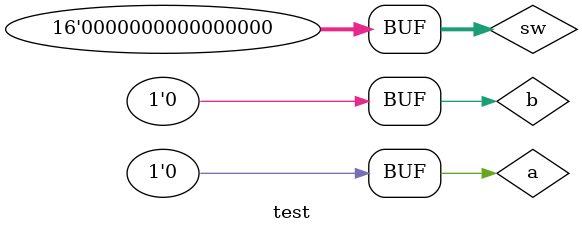
<source format=v>
`timescale 1ns / 1ps


module test();
	reg [15:0] sw = 16'h0000;

	wire [15:0] led;

	

	reg a = 0;
	
	wire b;
	
	Learn learn(.sw(sw), 
	
		.led(led)
		);
		
	assign 
		a = ~a;
		
	
	always b = a;
endmodule

</source>
